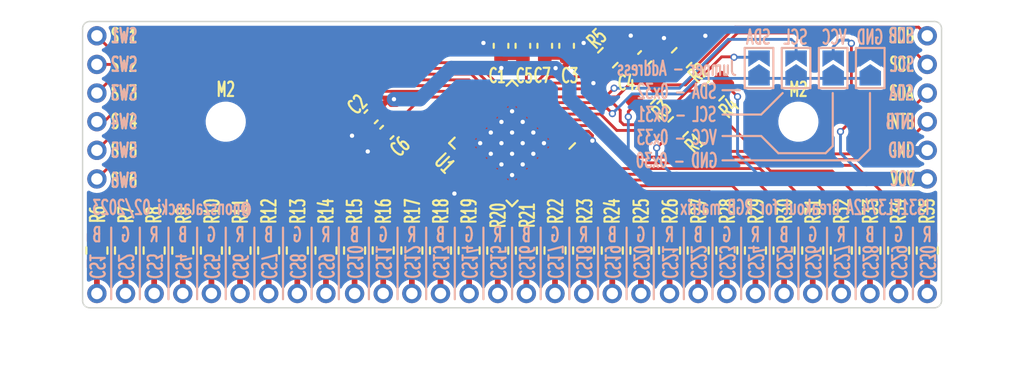
<source format=kicad_pcb>
(kicad_pcb (version 20211014) (generator pcbnew)
  (layers (0 "F.Cu" signal) (31 "B.Cu" signal) (34 "B.Paste" user) (35 "F.Paste" user) (36 "B.SilkS" user "B.Silkscreen") (37 "F.SilkS" user "F.Silkscreen") (38 "B.Mask" user) (39 "F.Mask" user) (44 "Edge.Cuts" user))
  (net 0 "")
  (net 1 "+5V")
  (net 2 "GND")
  (net 3 "/SDB")
  (net 4 "SDA")
  (net 5 "SCL")
  (net 6 "/INTB")
  (net 7 "Net-(J2-Pad1)")
  (net 8 "Net-(J2-Pad2)")
  (net 9 "Net-(J2-Pad3)")
  (net 10 "Net-(J2-Pad4)")
  (net 11 "Net-(J2-Pad5)")
  (net 12 "Net-(J2-Pad6)")
  (net 13 "Net-(J3-Pad1)")
  (net 14 "Net-(J3-Pad2)")
  (net 15 "Net-(J3-Pad3)")
  (net 16 "Net-(J3-Pad4)")
  (net 17 "Net-(J3-Pad5)")
  (net 18 "Net-(J3-Pad6)")
  (net 19 "Net-(J3-Pad7)")
  (net 20 "Net-(J3-Pad8)")
  (net 21 "Net-(J3-Pad9)")
  (net 22 "Net-(J3-Pad10)")
  (net 23 "Net-(J3-Pad11)")
  (net 24 "Net-(J3-Pad12)")
  (net 25 "Net-(J3-Pad13)")
  (net 26 "Net-(J3-Pad14)")
  (net 27 "Net-(J3-Pad15)")
  (net 28 "Net-(J3-Pad16)")
  (net 29 "Net-(J3-Pad17)")
  (net 30 "Net-(J3-Pad18)")
  (net 31 "Net-(J3-Pad19)")
  (net 32 "Net-(J3-Pad20)")
  (net 33 "Net-(J3-Pad21)")
  (net 34 "Net-(J3-Pad22)")
  (net 35 "Net-(J3-Pad23)")
  (net 36 "Net-(J3-Pad24)")
  (net 37 "Net-(J3-Pad25)")
  (net 38 "Net-(J3-Pad26)")
  (net 39 "Net-(J3-Pad27)")
  (net 40 "Net-(J3-Pad28)")
  (net 41 "Net-(J3-Pad29)")
  (net 42 "Net-(J3-Pad30)")
  (net 43 "ADDR")
  (net 44 "/ISET")
  (net 45 "Net-(R6-Pad1)")
  (net 46 "Net-(R7-Pad1)")
  (net 47 "Net-(R8-Pad1)")
  (net 48 "Net-(R9-Pad1)")
  (net 49 "Net-(R10-Pad1)")
  (net 50 "Net-(R11-Pad1)")
  (net 51 "Net-(R12-Pad1)")
  (net 52 "Net-(R13-Pad1)")
  (net 53 "Net-(R14-Pad1)")
  (net 54 "Net-(R15-Pad1)")
  (net 55 "Net-(R16-Pad1)")
  (net 56 "Net-(R17-Pad1)")
  (net 57 "Net-(R18-Pad1)")
  (net 58 "Net-(R19-Pad1)")
  (net 59 "Net-(R20-Pad1)")
  (net 60 "Net-(R21-Pad1)")
  (net 61 "Net-(R22-Pad1)")
  (net 62 "Net-(R23-Pad1)")
  (net 63 "Net-(R24-Pad1)")
  (net 64 "Net-(R25-Pad1)")
  (net 65 "Net-(R26-Pad1)")
  (net 66 "Net-(R27-Pad1)")
  (net 67 "Net-(R28-Pad1)")
  (net 68 "Net-(R29-Pad1)")
  (net 69 "Net-(R30-Pad1)")
  (net 70 "Net-(R31-Pad1)")
  (net 71 "Net-(R32-Pad1)")
  (net 72 "Net-(R33-Pad1)")
  (net 73 "Net-(R34-Pad1)")
  (net 74 "Net-(R35-Pad1)")
  (footprint "Resistor_SMD:R_0805_2012Metric" (layer "F.Cu") (at 83 51.5 -90)
    (fp_text reference "R16")
    (fp_text value "R20")
  )
  (footprint "Resistor_SMD:R_0805_2012Metric" (layer "F.Cu") (at 117 51.5 -90)
    (fp_text reference "R33")
    (fp_text value "R20")
  )
  (footprint "Capacitor_SMD:C_0603_1608Metric" (layer "F.Cu") (at 91.23 37.2 90)
    (fp_text reference "C1")
    (fp_text value "1uF")
  )
  (footprint "Connector_PinHeader_2.00mm:PinHeader_1x06_P2.00mm_Vertical" (layer "F.Cu") (at 121 36.5)
    (fp_text reference "J1" hide)
    (fp_text value "Conn_01x04_Male")
  )
  (footprint "Capacitor_SMD:C_0603_1608Metric" (layer "F.Cu") (at 92.756666 37.2 90)
    (fp_text reference "C5")
    (fp_text value "0.1uF")
  )
  (footprint "Resistor_SMD:R_0805_2012Metric" (layer "F.Cu") (at 103.6 42.86 45)
    (fp_text reference "R1")
    (fp_text value "R100k")
  )
  (footprint "Resistor_SMD:R_0805_2012Metric" (layer "F.Cu") (at 85 51.5 -90)
    (fp_text reference "R17")
    (fp_text value "R51")
  )
  (footprint "Resistor_SMD:R_0805_2012Metric" (layer "F.Cu") (at 101.34 40.57 45)
    (fp_text reference "R3")
    (fp_text value "R4k7")
  )
  (footprint "Connector_PinHeader_2.00mm:PinHeader_1x30_P2.00mm_Vertical" (layer "F.Cu") (at 63 54.5 90)
    (fp_text reference "J3" hide)
    (fp_text value "Conn_01x30_Male")
  )
  (footprint "Resistor_SMD:R_0805_2012Metric" (layer "F.Cu") (at 115 51.5 -90)
    (fp_text reference "R32")
    (fp_text value "R51")
  )
  (footprint "Resistor_SMD:R_0805_2012Metric" (layer "F.Cu") (at 107 51.5 -90)
    (fp_text reference "R28")
    (fp_text value "R20")
  )
  (footprint "Resistor_SMD:R_0805_2012Metric" (layer "F.Cu") (at 105 51.5 -90)
    (fp_text reference "R27")
    (fp_text value "R20")
  )
  (footprint "Resistor_SMD:R_0805_2012Metric" (layer "F.Cu") (at 75 51.5 -90)
    (fp_text reference "R12")
    (fp_text value "R20")
  )
  (footprint "Package_DFN_QFN:QFN-48-1EP_6x6mm_P0.4mm_EP4.2x4.2mm_ThermalVias" (layer "F.Cu") (at 92 44 -135)
    (fp_text reference "U1")
    (fp_text value "IS31FL3742A")
  )
  (footprint "Resistor_SMD:R_0805_2012Metric" (layer "F.Cu") (at 98.69 38.03 45)
    (fp_text reference "R5")
    (fp_text value "R10k")
  )
  (footprint "Resistor_SMD:R_0805_2012Metric" (layer "F.Cu") (at 106.115235 40.344765 -135)
    (fp_text reference "R4")
    (fp_text value "R4k7")
  )
  (footprint "Resistor_SMD:R_0805_2012Metric" (layer "F.Cu") (at 103.845 38.03 45)
    (fp_text reference "R2")
    (fp_text value "R100k")
  )
  (footprint "Resistor_SMD:R_0805_2012Metric" (layer "F.Cu") (at 95 51.5 -90)
    (fp_text reference "R22")
    (fp_text value "R20")
  )
  (footprint "Capacitor_SMD:C_0603_1608Metric" (layer "F.Cu") (at 101.2675 38.03 45)
    (fp_text reference "C4")
    (fp_text value "0.1uF")
  )
  (footprint "Resistor_SMD:R_0805_2012Metric" (layer "F.Cu") (at 89 51.5 -90)
    (fp_text reference "R19")
    (fp_text value "R20")
  )
  (footprint "Resistor_SMD:R_0805_2012Metric" (layer "F.Cu") (at 93 51.5 -90)
    (fp_text reference "R21")
    (fp_text value "R20")
  )
  (footprint "Capacitor_SMD:C_0603_1608Metric" (layer "F.Cu") (at 95.81 37.2 90)
    (fp_text reference "C3")
    (fp_text value "1uF")
  )
  (footprint "Resistor_SMD:R_0805_2012Metric" (layer "F.Cu") (at 69 51.5 -90)
    (fp_text reference "R9")
    (fp_text value "R20")
  )
  (footprint "Resistor_SMD:R_0805_2012Metric" (layer "F.Cu") (at 99 51.5 -90)
    (fp_text reference "R24")
    (fp_text value "R20")
  )
  (footprint "Resistor_SMD:R_0805_2012Metric" (layer "F.Cu") (at 91 51.5 -90)
    (fp_text reference "R20")
    (fp_text value "R51")
  )
  (footprint "Resistor_SMD:R_0805_2012Metric" (layer "F.Cu") (at 87 51.5 -90)
    (fp_text reference "R18")
    (fp_text value "R20")
  )
  (footprint "Resistor_SMD:R_0805_2012Metric" (layer "F.Cu") (at 101 51.5 -90)
    (fp_text reference "R25")
    (fp_text value "R20")
  )
  (footprint "Resistor_SMD:R_0805_2012Metric" (layer "F.Cu") (at 109 51.5 -90)
    (fp_text reference "R29")
    (fp_text value "R51")
  )
  (footprint "Resistor_SMD:R_0805_2012Metric" (layer "F.Cu") (at 111 51.5 -90)
    (fp_text reference "R30")
    (fp_text value "R20")
  )
  (footprint "MountingHole:MountingHole_2.2mm_M2_DIN965" (layer "F.Cu") (at 112 42.5)
    (fp_text reference "M2")
    (fp_text value "MountingHole_2.2mm_M2_DIN965")
  )
  (footprint "Capacitor_SMD:C_0603_1608Metric" (layer "F.Cu") (at 83.25 43.25 -135)
    (fp_text reference "C6")
    (fp_text value "0.1uF")
  )
  (footprint "MountingHole:MountingHole_2.2mm_M2_DIN965" (layer "F.Cu") (at 72 42.5)
    (fp_text reference "M2")
    (fp_text value "MountingHole_2.2mm_M2_DIN965")
  )
  (footprint "Resistor_SMD:R_0805_2012Metric" (layer "F.Cu") (at 71 51.5 -90)
    (fp_text reference "R10")
    (fp_text value "R20")
  )
  (footprint "Resistor_SMD:R_0805_2012Metric" (layer "F.Cu") (at 67 51.5 -90)
    (fp_text reference "R8")
    (fp_text value "R51")
  )
  (footprint "Resistor_SMD:R_0805_2012Metric" (layer "F.Cu") (at 81 51.5 -90)
    (fp_text reference "R15")
    (fp_text value "R20")
  )
  (footprint "Resistor_SMD:R_0805_2012Metric" (layer "F.Cu") (at 65 51.5 -90)
    (fp_text reference "R7")
    (fp_text value "R20")
  )
  (footprint "Resistor_SMD:R_0805_2012Metric" (layer "F.Cu") (at 97 51.5 -90)
    (fp_text reference "R23")
    (fp_text value "R51")
  )
  (footprint "Resistor_SMD:R_0805_2012Metric" (layer "F.Cu") (at 79 51.5 -90)
    (fp_text reference "R14")
    (fp_text value "R51")
  )
  (footprint "Capacitor_SMD:C_0603_1608Metric" (layer "F.Cu") (at 94.283332 37.2 90)
    (fp_text reference "C7")
    (fp_text value "0.1uF")
  )
  (footprint "Resistor_SMD:R_0805_2012Metric" (layer "F.Cu") (at 121 51.5 -90)
    (fp_text reference "R35")
    (fp_text value "R51")
  )
  (footprint "Resistor_SMD:R_0805_2012Metric" (layer "F.Cu") (at 73 51.5 -90)
    (fp_text reference "R11")
    (fp_text value "R51")
  )
  (footprint "Connector_PinHeader_2.00mm:PinHeader_1x06_P2.00mm_Vertical" (layer "F.Cu") (at 63 36.5)
    (fp_text reference "J2" hide)
    (fp_text value "Conn_01x06_Male")
  )
  (footprint "Resistor_SMD:R_0805_2012Metric" (layer "F.Cu") (at 119 51.5 -90)
    (fp_text reference "R34")
    (fp_text value "R20")
  )
  (footprint "Capacitor_SMD:C_0603_1608Metric" (layer "F.Cu") (at 82.15 42.15 -135)
    (fp_text reference "C2")
    (fp_text value "1uF")
  )
  (footprint "Resistor_SMD:R_0805_2012Metric" (layer "F.Cu") (at 63 51.5 -90)
    (fp_text reference "R6")
    (fp_text value "R20")
  )
  (footprint "Resistor_SMD:R_0805_2012Metric" (layer "F.Cu") (at 113 51.5 -90)
    (fp_text reference "R31")
    (fp_text value "R20")
  )
  (footprint "Resistor_SMD:R_0805_2012Metric" (layer "F.Cu") (at 77 51.5 -90)
    (fp_text reference "R13")
    (fp_text value "R20")
  )
  (footprint "Resistor_SMD:R_0805_2012Metric" (layer "F.Cu") (at 103 51.5 -90)
    (fp_text reference "R26")
    (fp_text value "R51")
  )
  (footprint "Jumper:SolderJumper-2_P1.3mm_Open_TrianglePad1.0x1.5mm" (layer "B.Cu") (at 114.43 38.75 90)
    (fp_text reference "VCC")
    (fp_text value "SolderJumper_2_Open" hide)
  )
  (footprint "Jumper:SolderJumper-2_P1.3mm_Open_TrianglePad1.0x1.5mm" (layer "B.Cu") (at 117.02 38.75 90)
    (fp_text reference "GND")
    (fp_text value "SolderJumper_2_Open" hide)
  )
  (footprint "Jumper:SolderJumper-2_P1.3mm_Open_TrianglePad1.0x1.5mm" (layer "B.Cu") (at 111.84 38.75 90)
    (fp_text reference "SCL")
    (fp_text value "SolderJumper_2_Open" hide)
  )
  (footprint "Jumper:SolderJumper-2_P1.3mm_Open_TrianglePad1.0x1.5mm" (layer "B.Cu") (at 109.25 38.75 90)
    (fp_text reference "SDA")
    (fp_text value "SolderJumper_2_Open" hide)
  )
  (gr_line (start 110.6 44.7) (end 113.9 44.7) (layer "B.SilkS") (width 0.153))
  (gr_line (start 118 49.9) (end 118 54.9) (layer "B.SilkS") (width 0.153))
  (gr_line (start 100 49.9) (end 100 54.9) (layer "B.SilkS") (width 0.153))
  (gr_line (start 76 49.9) (end 76 54.9) (layer "B.SilkS") (width 0.153))
  (gr_line (start 68 49.9) (end 68 54.9) (layer "B.SilkS") (width 0.153))
  (gr_line (start 101.9 49.9) (end 101.9 54.9) (layer "B.SilkS") (width 0.153))
  (gr_line (start 113.9 44.7) (end 114.4 44.2) (layer "B.SilkS") (width 0.153))
  (gr_line (start 110 49.9) (end 110 54.9) (layer "B.SilkS") (width 0.153))
  (gr_line (start 70 49.9) (end 70 54.9) (layer "B.SilkS") (width 0.153))
  (gr_line (start 104 49.9) (end 104 54.9) (layer "B.SilkS") (width 0.153))
  (gr_line (start 109.4 43.5) (end 110.6 44.7) (layer "B.SilkS") (width 0.153))
  (gr_line (start 106 49.9) (end 106 54.9) (layer "B.SilkS") (width 0.153))
  (gr_line (start 116.2 45.2) (end 117 44.4) (layer "B.SilkS") (width 0.153))
  (gr_line (start 92 49.9) (end 92 54.9) (layer "B.SilkS") (width 0.153))
  (gr_line (start 106.7 43.5) (end 109.4 43.5) (layer "B.SilkS") (width 0.153))
  (gr_line (start 72 49.9) (end 72 54.9) (layer "B.SilkS") (width 0.153))
  (gr_line (start 64 49.9) (end 64 54.9) (layer "B.SilkS") (width 0.153))
  (gr_line (start 84 49.9) (end 84 54.9) (layer "B.SilkS") (width 0.153))
  (gr_line (start 74 49.9) (end 74 54.9) (layer "B.SilkS") (width 0.153))
  (gr_line (start 90 49.9) (end 90 54.9) (layer "B.SilkS") (width 0.153))
  (gr_line (start 106.7 45.2) (end 116.2 45.2) (layer "B.SilkS") (width 0.153))
  (gr_line (start 106.7 42) (end 109.4 42) (layer "B.SilkS") (width 0.153))
  (gr_line (start 98 49.9) (end 98 54.9) (layer "B.SilkS") (width 0.153))
  (gr_line (start 108 49.9) (end 108 54.9) (layer "B.SilkS") (width 0.153))
  (gr_line (start 66 49.9) (end 66 54.9) (layer "B.SilkS") (width 0.153))
  (gr_line (start 114.4 44.2) (end 114.4 40.5) (layer "B.SilkS") (width 0.153))
  (gr_line (start 86 49.9) (end 86 54.9) (layer "B.SilkS") (width 0.153))
  (gr_line (start 94 49.9) (end 94 54.9) (layer "B.SilkS") (width 0.153))
  (gr_line (start 109.4 42) (end 110.9 40.5) (layer "B.SilkS") (width 0.153))
  (gr_line (start 114 49.9) (end 114 54.9) (layer "B.SilkS") (width 0.153))
  (gr_line (start 116 49.9) (end 116 54.9) (layer "B.SilkS") (width 0.153))
  (gr_line (start 96 49.9) (end 96 54.9) (layer "B.SilkS") (width 0.153))
  (gr_line (start 79.9 49.9) (end 79.9 54.9) (layer "B.SilkS") (width 0.153))
  (gr_line (start 82 49.9) (end 82 54.9) (layer "B.SilkS") (width 0.153))
  (gr_line (start 88 49.9) (end 88 54.9) (layer "B.SilkS") (width 0.153))
  (gr_line (start 117 44.4) (end 117 40.5) (layer "B.SilkS") (width 0.153))
  (gr_line (start 120 49.9) (end 120 54.9) (layer "B.SilkS") (width 0.153))
  (gr_line (start 106.7 40.3) (end 107.9 40.3) (layer "B.SilkS") (width 0.153))
  (gr_line (start 78 49.9) (end 78 54.9) (layer "B.SilkS") (width 0.153))
  (gr_line (start 112 49.9) (end 112 54.9) (layer "B.SilkS") (width 0.153))
  (gr_line (start 62.5 35.5) (end 121.5 35.5) (layer "Edge.Cuts") (width 0.1))
  (gr_arc (start 62 36) (mid 62.146447 35.646447) (end 62.5 35.5) (layer "Edge.Cuts") (width 0.1))
  (gr_arc (start 62.5 55.5) (mid 62.146447 55.353553) (end 62 55) (layer "Edge.Cuts") (width 0.1))
  (gr_line (start 62 55) (end 62 36) (layer "Edge.Cuts") (width 0.1))
  (gr_line (start 121.5 55.5) (end 62.5 55.5) (layer "Edge.Cuts") (width 0.1))
  (gr_line (start 122 36) (end 122 55) (layer "Edge.Cuts") (width 0.1))
  (gr_arc (start 121.5 35.5) (mid 121.853553 35.646447) (end 122 36) (layer "Edge.Cuts") (width 0.1))
  (gr_arc (start 122 55) (mid 121.853553 55.353553) (end 121.5 55.5) (layer "Edge.Cuts") (width 0.1))
  (gr_text "INTB" (at 119.1 42.5) (layer "B.SilkS") (effects (font (size 1 0.6)) (justify mirror)))
  (gr_text "SW3" (at 64.9 40.5) (layer "B.SilkS") (effects (font (size 1 0.6)) (justify mirror)))
  (gr_text "IS31FL3742A breakout for RGB matrix\n" (at 121.25 48.5) (layer "B.SilkS") (effects (font (size 1 0.6)) (justify left mirror)))
  (gr_text "SW5" (at 64.9 44.5) (layer "B.SilkS") (effects (font (size 1 0.6)) (justify mirror)))
  (gr_text "SW6" (at 64.9 46.6) (layer "B.SilkS") (effects (font (size 1 0.6)) (justify mirror)))
  (gr_text "SDA" (at 119.2 40.5) (layer "B.SilkS") (effects (font (size 1 0.6)) (justify mirror)))
  (gr_text "@nonszalancki 02/2023" (at 68.25 48.5) (layer "B.SilkS") (effects (font (size 1 0.6)) (justify mirror)))
  (gr_text "SDB" (at 119.2 36.5) (layer "B.SilkS") (effects (font (size 1 0.6)) (justify mirror)))
  (gr_text "SW4" (at 64.9 42.5) (layer "B.SilkS") (effects (font (size 1 0.6)) (justify mirror)))
  (gr_text "GND" (at 119.2 44.5) (layer "B.SilkS") (effects (font (size 1 0.6)) (justify mirror)))
  (gr_text "SW2" (at 64.9 38.5) (layer "B.SilkS") (effects (font (size 1 0.6)) (justify mirror)))
  (gr_text "Jumper - Address\nSDA - 0x32\nSCL - 0x31\nVCC - 0x33\nGND - 0x30" (at 103.5 42) (layer "B.SilkS") (effects (font (size 1 0.6)) (justify mirror)))
  (gr_text "SCL" (at 119.25 38.5) (layer "B.SilkS") (effects (font (size 1 0.6)) (justify mirror)))
  (gr_text "SW1" (at 64.9 36.5) (layer "B.SilkS") (effects (font (size 1 0.6)) (justify mirror)))
  (gr_text "VCC" (at 119.25 46.5) (layer "B.SilkS") (effects (font (size 1 0.6)) (justify mirror)))
  (gr_text "SW5" (at 64.9 44.5) (layer "F.SilkS") (effects (font (size 1 0.6))))
  (gr_text "INTB" (at 119.128572 42.5) (layer "F.SilkS") (effects (font (size 1 0.6))))
  (gr_text "SW3" (at 64.9 40.5) (layer "F.SilkS") (effects (font (size 1 0.6))))
  (gr_text "SCL" (at 119.2 38.5) (layer "F.SilkS") (effects (font (size 1 0.6))))
  (gr_text "SW2" (at 64.9 38.5) (layer "F.SilkS") (effects (font (size 1 0.6))))
  (gr_text "GND" (at 119.2 44.5) (layer "F.SilkS") (effects (font (size 1 0.6))))
  (gr_text "SW6" (at 64.9 46.6) (layer "F.SilkS") (effects (font (size 1 0.6))))
  (gr_text "SW1" (at 64.9 36.5) (layer "F.SilkS") (effects (font (size 1 0.6))))
  (gr_text "VCC" (at 119.3 46.5) (layer "F.SilkS") (effects (font (size 1 0.6))))
  (gr_text "SDB" (at 119.2 36.5) (layer "F.SilkS") (effects (font (size 1 0.6))))
  (gr_text "SDA" (at 119.2 40.5) (layer "F.SilkS") (effects (font (size 1 0.6))))
  (gr_text "SW4" (at 64.9 42.5) (layer "F.SilkS") (effects (font (size 1 0.6))))
  (segment (start 91.25 37.995) (end 91.23 37.975) (width 0.2) (layer "F.Cu") (net 1))
  (segment (start 91.25 38.75) (end 91.25 37.995) (width 0.6) (layer "F.Cu") (net 1))
  (segment (start 115.7 37.029) (end 115.7 42.43) (width 0.2) (layer "F.Cu") (net 1))
  (segment (start 91.25 37.995) (end 92.736666 37.995) (width 0.4) (layer "F.Cu") (net 1))
  (segment (start 83.75 40.929009) (end 83.370991 40.929009) (width 0.4) (layer "F.Cu") (net 1))
  (segment (start 89.772614 42.055456) (end 88.496667 40.779509) (width 0.2) (layer "F.Cu") (net 1))
  (segment (start 100.694765 41.215235) (end 100.12 41.79) (width 0.2) (layer "F.Cu") (net 1))
  (segment (start 88.496667 40.779509) (end 85.720491 40.779509) (width 0.2) (layer "F.Cu") (net 1))
  (segment (start 106.76047 39.76047) (end 106.76047 39.69953) (width 0.2) (layer "F.Cu") (net 1))
  (segment (start 93 38.218334) (end 93 39.88873) (width 0.2) (layer "F.Cu") (net 1))
  (segment (start 95.04 38.76) (end 95.54 38.76) (width 0.4) (layer "F.Cu") (net 1))
  (segment (start 93 39.88873) (end 92.53033 40.3584) (width 0.2) (layer "F.Cu") (net 1))
  (segment (start 102.924765 43.505235) (end 102.954765 43.505235) (width 0.2) (layer "F.Cu") (net 1))
  (segment (start 100.12 41.79) (end 100.12 42.1605) (width 0.2) (layer "F.Cu") (net 1))
  (segment (start 115.7 42.43) (end 114.94 43.19) (width 0.2) (layer "F.Cu") (net 1))
  (segment (start 102.1 44.33) (end 102.924765 43.505235) (width 0.2) (layer "F.Cu") (net 1))
  (segment (start 94.283332 37.975) (end 95.81 37.975) (width 0.4) (layer "F.Cu") (net 1))
  (segment (start 92.736666 37.995) (end 92.756666 37.975) (width 0.4) (layer "F.Cu") (net 1))
  (segment (start 95.81 38.49) (end 95.81 37.975) (width 0.4) (layer "F.Cu") (net 1))
  (segment (start 94.283332 37.975) (end 94.283332 39.171084) (width 0.2) (layer "F.Cu") (net 1))
  (segment (start 94.283332 39.171084) (end 92.813173 40.641243) (width 0.2) (layer "F.Cu") (net 1))
  (segment (start 83.370991 40.929009) (end 82.698008 41.601992) (width 0.4) (layer "F.Cu") (net 1))
  (segment (start 92.756666 37.975) (end 93 38.218334) (width 0.2) (layer "F.Cu") (net 1))
  (segment (start 85.720491 40.779509) (end 83.798008 42.701992) (width 0.2) (layer "F.Cu") (net 1))
  (segment (start 107.75 40.75) (end 106.76047 39.76047) (width 0.2) (layer "F.Cu") (net 1))
  (segment (start 82.698008 41.601992) (end 83.798008 42.701992) (width 0.6) (layer "F.Cu") (net 1))
  (segment (start 95.54 38.76) (end 95.81 38.49) (width 0.4) (layer "F.Cu") (net 1))
  (via (at 115.7 37.029) (size 0.5) (drill 0.3) (layers "F.Cu" "B.Cu") (net 1))
  (via (at 100.12 42.1605) (size 0.5) (drill 0.3) (layers "F.Cu" "B.Cu") (net 1))
  (via (at 102.1 44.33) (size 0.5) (drill 0.3) (layers "F.Cu" "B.Cu") (net 1))
  (via (at 107.75 40.75) (size 0.5) (drill 0.3) (layers "F.Cu" "B.Cu") (net 1))
  (via (at 95.04 38.76) (size 0.5) (drill 0.3) (layers "F.Cu" "B.Cu") (net 1))
  (via (at 83.75 40.929009) (size 0.5) (drill 0.3) (layers "F.Cu" "B.Cu") (net 1))
  (via (at 91.25 38.75) (size 0.5) (drill 0.3) (layers "F.Cu" "B.Cu") (net 1))
  (via (at 114.94 43.19) (size 0.5) (drill 0.3) (layers "F.Cu" "B.Cu") (net 1))
  (segment (start 115.7 37.029) (end 115.471 36.8) (width 0.2) (layer "B.Cu") (net 1))
  (segment (start 114.9 36.8) (end 114.43 37.27) (width 0.2) (layer "B.Cu") (net 1))
  (segment (start 107.75 44.75) (end 109.5 46.5) (width 0.2) (layer "B.Cu") (net 1))
  (segment (start 101.623503 46.5) (end 100.186751 45.063249) (width 1) (layer "B.Cu") (net 1))
  (segment (start 85.570991 40.929009) (end 87.75 38.75) (width 1) (layer "B.Cu") (net 1))
  (segment (start 114.94 44.69) (end 116.75 46.5) (width 0.2) (layer "B.Cu") (net 1))
  (segment (start 103.5 46.5) (end 101.623503 46.5) (width 1) (layer "B.Cu") (net 1))
  (segment (start 107.75 40.75) (end 107.75 44.75) (width 0.2) (layer "B.Cu") (net 1))
  (segment (start 114.94 43.19) (end 114.94 44.69) (width 0.2) (layer "B.Cu") (net 1))
  (segment (start 102.1 44.33) (end 102.1 45.1) (width 0.2) (layer "B.Cu") (net 1))
  (segment (start 100.186751 45.063249) (end 96 40.876498) (width 1) (layer "B.Cu") (net 1))
  (segment (start 114.43 37.27) (end 114.43 38.025) (width 0.2) (layer "B.Cu") (net 1))
  (segment (start 83.75 40.929009) (end 85.570991 40.929009) (width 1) (layer "B.Cu") (net 1))
  (segment (start 100.12 44.996498) (end 100.186751 45.063249) (width 0.2) (layer "B.Cu") (net 1))
  (segment (start 115.471 36.8) (end 114.9 36.8) (width 0.2) (layer "B.Cu") (net 1))
  (segment (start 100.12 42.1605) (end 100.12 44.996498) (width 0.2) (layer "B.Cu") (net 1))
  (segment (start 96 40.876498) (end 96 39.72) (width 1) (layer "B.Cu") (net 1))
  (segment (start 91.26 38.76) (end 91.25 38.75) (width 1) (layer "B.Cu") (net 1))
  (segment (start 109.5 46.5) (end 109.75 46.5) (width 0.2) (layer "B.Cu") (net 1))
  (segment (start 96 39.72) (end 95.04 38.76) (width 1) (layer "B.Cu") (net 1))
  (segment (start 121 46.5) (end 116.75 46.5) (width 1) (layer "B.Cu") (net 1))
  (segment (start 109.75 46.5) (end 103.5 46.5) (width 1) (layer "B.Cu") (net 1))
  (segment (start 87.75 38.75) (end 91.25 38.75) (width 1) (layer "B.Cu") (net 1))
  (segment (start 102.1 45.1) (end 103.5 46.5) (width 0.2) (layer "B.Cu") (net 1))
  (segment (start 95.04 38.76) (end 91.26 38.76) (width 1) (layer "B.Cu") (net 1))
  (segment (start 116.75 46.5) (end 109.75 46.5) (width 1) (layer "B.Cu") (net 1))
  (segment (start 99.335235 37.384765) (end 99.395235 37.384765) (width 0.2) (layer "F.Cu") (net 2))
  (segment (start 101.815508 37.481992) (end 101.815508 37.454492) (width 0.2) (layer "F.Cu") (net 2))
  (segment (start 88.195156 47.522002) (end 89.772614 45.944544) (width 0.2) (layer "F.Cu") (net 2))
  (segment (start 81.601992 42.698008) (end 80.82 43.48) (width 0.2) (layer "F.Cu") (net 2))
  (segment (start 91.23 36.425) (end 90.575 36.425) (width 0.2) (layer "F.Cu") (net 2))
  (segment (start 97.681728 39.805469) (end 94.780317 39.805469) (width 0.2) (layer "F.Cu") (net 2))
  (segment (start 99.395235 37.384765) (end 100.29 36.49) (width 0.2) (layer "F.Cu") (net 2))
  (segment (start 95.6416 43.46967) (end 95.94127 43.17) (width 0.2) (layer "F.Cu") (net 2))
  (segment (start 95.81 36.425) (end 94.283332 36.425) (width 0.4) (layer "F.Cu") (net 2))
  (segment (start 94.780317 39.805469) (end 93.378858 41.206928) (width 0.2) (layer "F.Cu") (net 2))
  (segment (start 90.575 36.425) (end 90 37) (width 0.2) (layer "F.Cu") (net 2))
  (segment (start 97.61 43.45) (end 97.61 43.83) (width 0.2) (layer "F.Cu") (net 2))
  (segment (start 101.815508 37.454492) (end 102.61 36.66) (width 0.2) (layer "F.Cu") (net 2))
  (segment (start 104.490235 37.384765) (end 104.615235 37.384765) (width 0.2) (layer "F.Cu") (net 2))
  (segment (start 104.615235 37.384765) (end 105.5 36.5) (width 0.2) (layer "F.Cu") (net 2))
  (segment (start 96.425 36.425) (end 95.81 36.425) (width 0.2) (layer "F.Cu") (net 2))
  (segment (start 92.756666 36.425) (end 91.23 36.425) (width 0.4) (layer "F.Cu") (net 2))
  (segment (start 95.94127 43.17) (end 97.33 43.17) (width 0.2) (layer "F.Cu") (net 2))
  (segment (start 82.701992 43.798008) (end 81.92 44.58) (width 0.2) (layer "F.Cu") (net 2))
  (segment (start 97 37) (end 96.425 36.425) (width 0.2) (layer "F.Cu") (net 2))
  (segment (start 97.33 43.17) (end 97.61 43.45) (width 0.2) (layer "F.Cu") (net 2))
  (segment (start 87.972002 47.522002) (end 88.195156 47.522002) (width 0.2) (layer "F.Cu") (net 2))
  (via (at 81.92 44.58) (size 0.5) (drill 0.3) (layers "F.Cu" "B.Cu") (net 2))
  (via (at 100.29 36.49) (size 0.5) (drill 0.3) (layers "F.Cu" "B.Cu") (net 2))
  (via (at 105.5 36.5) (size 0.5) (drill 0.3) (layers "F.Cu" "B.Cu") (net 2))
  (via (at 87.972002 47.522002) (size 0.5) (drill 0.3) (layers "F.Cu" "B.Cu") (net 2))
  (via (at 97.681728 39.805469) (size 0.5) (drill 0.3) (layers "F.Cu" "B.Cu") (net 2))
  (via (at 102.61 36.66) (size 0.5) (drill 0.3) (layers "F.Cu" "B.Cu") (net 2))
  (via (at 80.82 43.48) (size 0.5) (drill 0.3) (layers "F.Cu" "B.Cu") (net 2))
  (via (at 97.61 43.83) (size 0.5) (drill 0.3) (layers "F.Cu" "B.Cu") (net 2))
  (via (at 90 37) (size 0.5) (drill 0.3) (layers "F.Cu" "B.Cu") (net 2))
  (via (at 97 37) (size 0.5) (drill 0.3) (layers "F.Cu" "B.Cu") (net 2))
  (segment (start 103.102538 38.578008) (end 103.199765 38.675235) (width 0.2) (layer "F.Cu") (net 3))
  (segment (start 93.661701 41.489771) (end 94.946003 40.205469) (width 0.2) (layer "F.Cu") (net 3))
  (segment (start 94.946003 40.205469) (end 97.30391 40.205469) (width 0.2) (layer "F.Cu") (net 3))
  (segment (start 107.578628 35.9) (end 120.4 35.9) (width 0.2) (layer "F.Cu") (net 3))
  (segment (start 104.803393 38.675235) (end 107.578628 35.9) (width 0.2) (layer "F.Cu") (net 3))
  (segment (start 99.811992 38.578008) (end 100.719492 38.578008) (width 0.2) (layer "F.Cu") (net 3))
  (segment (start 100.719492 38.578008) (end 103.102538 38.578008) (width 0.2) (layer "F.Cu") (net 3))
  (segment (start 97.30391 40.205469) (end 97.45391 40.355469) (width 0.2) (layer "F.Cu") (net 3))
  (segment (start 97.45391 40.355469) (end 98.034531 40.355469) (width 0.2) (layer "F.Cu") (net 3))
  (segment (start 120.4 35.9) (end 121 36.5) (width 0.2) (layer "F.Cu") (net 3))
  (segment (start 98.034531 40.355469) (end 99.811992 38.578008) (width 0.2) (layer "F.Cu") (net 3))
  (segment (start 103.199765 38.675235) (end 104.803393 38.675235) (width 0.2) (layer "F.Cu") (net 3))
  (segment (start 120.025 41.475) (end 121 40.5) (width 0.2) (layer "F.Cu") (net 4))
  (segment (start 104.25 40.36) (end 106.64 37.97) (width 0.2) (layer "F.Cu") (net 4))
  (segment (start 108.655 44.175) (end 109.981616 44.175) (width 0.2) (layer "F.Cu") (net 4))
  (segment (start 103.54 41.07) (end 104.25 40.36) (width 0.2) (layer "F.Cu") (net 4))
  (segment (start 99.020706 41.17) (end 99.556444 41.705738) (width 0.2) (layer "F.Cu") (net 4))
  (segment (start 94.227386 42.055456) (end 95.112843 41.17) (width 0.2) (layer "F.Cu") (net 4))
  (segment (start 102.770001 41.07) (end 103.54 41.07) (width 0.2) (layer "F.Cu") (net 4))
  (segment (start 120.027728 42.906586) (end 120.025 42.903859) (width 0.2) (layer "F.Cu") (net 4))
  (segment (start 99.79 42.71) (end 101.13 42.71) (width 0.2) (layer "F.Cu") (net 4))
  (segment (start 101.13 42.71) (end 102.770001 41.07) (width 0.2) (layer "F.Cu") (net 4))
  (segment (start 109.981616 44.175) (end 110.556616 44.75) (width 0.2) (layer "F.Cu") (net 4))
  (segment (start 105.47 40.99) (end 108.655 44.175) (width 0.2) (layer "F.Cu") (net 4))
  (segment (start 107.47 37.97) (end 107.5 38) (width 0.2) (layer "F.Cu") (net 4))
  (segment (start 110.556616 44.75) (end 118.184314 44.75) (width 0.2) (layer "F.Cu") (net 4))
  (segment (start 99.556444 42.476444) (end 99.79 42.71) (width 0.2) (layer "F.Cu") (net 4))
  (segment (start 95.112843 41.17) (end 99.020706 41.17) (width 0.2) (layer "F.Cu") (net 4))
  (segment (start 99.556444 41.705738) (end 99.556444 42.476444) (width 0.2) (layer "F.Cu") (net 4))
  (segment (start 104.84 40.36) (end 105.47 40.99) (width 0.2) (layer "F.Cu") (net 4))
  (segment (start 104.25 40.36) (end 104.84 40.36) (width 0.2) (layer "F.Cu") (net 4))
  (segment (start 106.64 37.97) (end 107.47 37.97) (width 0.2) (layer "F.Cu") (net 4))
  (segment (start 120.025 42.903859) (end 120.025 41.475) (width 0.2) (layer "F.Cu") (net 4))
  (segment (start 118.184314 44.75) (end 120.027728 42.906586) (width 0.2) (layer "F.Cu") (net 4))
  (via (at 107.5 38) (size 0.5) (drill 0.3) (layers "F.Cu" "B.Cu") (net 4))
  (segment (start 107.5 38) (end 109.225 38) (width 0.2) (layer "B.Cu") (net 4))
  (segment (start 109.225 38) (end 109.25 38.025) (width 0.2) (layer "B.Cu") (net 4))
  (segment (start 94.947158 40.77) (end 98.6 40.77) (width 0.2) (layer "F.Cu") (net 5))
  (segment (start 118.8 36.3) (end 107.744314 36.3) (width 0.2) (layer "F.Cu") (net 5))
  (segment (start 107.744314 36.3) (end 104.119549 39.924765) (width 0.2) (layer "F.Cu") (net 5))
  (segment (start 93.944544 41.772614) (end 94.947158 40.77) (width 0.2) (layer "F.Cu") (net 5))
  (segment (start 100.23 39.85) (end 101.91047 39.85) (width 0.2) (layer "F.Cu") (net 5))
  (segment (start 104.119549 39.924765) (end 101.985235 39.924765) (width 0.2) (layer "F.Cu") (net 5))
  (segment (start 121 38.5) (end 118.8 36.3) (width 0.2) (layer "F.Cu") (net 5))
  (segment (start 98.6 40.69) (end 99.13 40.16) (width 0.2) (layer "F.Cu") (net 5))
  (segment (start 101.91047 39.85) (end 101.985235 39.924765) (width 0.2) (layer "F.Cu") (net 5))
  (segment (start 98.6 40.77) (end 99.31 40.77) (width 0.2) (layer "F.Cu") (net 5))
  (segment (start 99.31 40.77) (end 100.23 39.85) (width 0.2) (layer "F.Cu") (net 5))
  (segment (start 98.6 40.77) (end 98.6 40.69) (width 0.2) (layer "F.Cu") (net 5))
  (via (at 99.13 40.16) (size 0.5) (drill 0.3) (layers "F.Cu" "B.Cu") (net 5))
  (segment (start 111.84 37.09) (end 111.84 38.025) (width 0.2) (layer "B.Cu") (net 5))
  (segment (start 107.100001 36.75) (end 111.5 36.75) (width 0.2) (layer "B.Cu") (net 5))
  (segment (start 111.5 36.75) (end 111.84 37.09) (width 0.2) (layer "B.Cu") (net 5))
  (segment (start 99.13 40.16) (end 103.69 40.16) (width 0.2) (layer "B.Cu") (net 5))
  (segment (start 103.69 40.16) (end 107.100001 36.75) (width 0.2) (layer "B.Cu") (net 5))
  (segment (start 98.175686 41.97) (end 99.315686 43.11) (width 0.2) (layer "F.Cu") (net 6))
  (segment (start 118.35 45.15) (end 121 42.5) (width 0.2) (layer "F.Cu") (net 6))
  (segment (start 106.60547 44.575) (end 109.81593 44.575) (width 0.2) (layer "F.Cu") (net 6))
  (segment (start 104.245235 42.214765) (end 106.60547 44.575) (width 0.2) (layer "F.Cu") (net 6))
  (segment (start 95.444214 41.97) (end 98.175686 41.97) (width 0.2) (layer "F.Cu") (net 6))
  (segment (start 103.50047 41.47) (end 104.245235 42.214765) (width 0.2) (layer "F.Cu") (net 6))
  (segment (start 94.793072 42.621142) (end 95.444214 41.97) (width 0.2) (layer "F.Cu") (net 6))
  (segment (start 102.935686 41.47) (end 103.50047 41.47) (width 0.2) (layer "F.Cu") (net 6))
  (segment (start 110.39093 45.15) (end 118.35 45.15) (width 0.2) (layer "F.Cu") (net 6))
  (segment (start 99.315686 43.11) (end 101.295686 43.11) (width 0.2) (layer "F.Cu") (net 6))
  (segment (start 101.295686 43.11) (end 102.935686 41.47) (width 0.2) (layer "F.Cu") (net 6))
  (segment (start 109.81593 44.575) (end 110.39093 45.15) (width 0.2) (layer "F.Cu") (net 6))
  (segment (start 89.490777 38.379509) (end 64.879509 38.379509) (width 0.2) (layer "F.Cu") (net 7))
  (segment (start 91.46967 40.3584) (end 89.490777 38.379509) (width 0.2) (layer "F.Cu") (net 7))
  (segment (start 64.879509 38.379509) (end 63 36.5) (width 0.2) (layer "F.Cu") (net 7))
  (segment (start 64.434314 38.5) (end 63 38.5) (width 0.2) (layer "F.Cu") (net 8))
  (segment (start 91.186827 40.641243) (end 89.325093 38.779509) (width 0.2) (layer "F.Cu") (net 8))
  (segment (start 64.713823 38.779509) (end 64.434314 38.5) (width 0.2) (layer "F.Cu") (net 8))
  (segment (start 89.325093 38.779509) (end 64.713823 38.779509) (width 0.2) (layer "F.Cu") (net 8))
  (segment (start 89.159407 39.179509) (end 64.320491 39.179509) (width 0.2) (layer "F.Cu") (net 9))
  (segment (start 90.903984 40.924086) (end 89.159407 39.179509) (width 0.2) (layer "F.Cu") (net 9))
  (segment (start 64.320491 39.179509) (end 63 40.5) (width 0.2) (layer "F.Cu") (net 9))
  (segment (start 66.420491 39.579509) (end 63 43) (width 0.2) (layer "F.Cu") (net 10))
  (segment (start 90.621142 41.206928) (end 88.993722 39.579509) (width 0.2) (layer "F.Cu") (net 10))
  (segment (start 88.993722 39.579509) (end 66.420491 39.579509) (width 0.2) (layer "F.Cu") (net 10))
  (segment (start 90.338299 41.489771) (end 88.828037 39.979509) (width 0.2) (layer "F.Cu") (net 11))
  (segment (start 67.520491 39.979509) (end 63 44.5) (width 0.2) (layer "F.Cu") (net 11))
  (segment (start 88.828037 39.979509) (end 67.520491 39.979509) (width 0.2) (layer "F.Cu") (net 11))
  (segment (start 88.662351 40.379509) (end 69.120491 40.379509) (width 0.2) (layer "F.Cu") (net 12))
  (segment (start 90.055456 41.772614) (end 88.662351 40.379509) (width 0.2) (layer "F.Cu") (net 12))
  (segment (start 69.120491 40.379509) (end 63 46.5) (width 0.2) (layer "F.Cu") (net 12))
  (segment (start 63 52.4125) (end 63 54.5) (width 0.4) (layer "F.Cu") (net 13))
  (segment (start 65 52.4125) (end 65 54.5) (width 0.4) (layer "F.Cu") (net 14))
  (segment (start 67 52.4125) (end 67 54.5) (width 0.4) (layer "F.Cu") (net 15))
  (segment (start 69 52.4125) (end 69 54.5) (width 0.4) (layer "F.Cu") (net 16))
  (segment (start 71 52.4125) (end 71 54.5) (width 0.4) (layer "F.Cu") (net 17))
  (segment (start 73 52.4125) (end 73 54.5) (width 0.4) (layer "F.Cu") (net 18))
  (segment (start 75 52.4125) (end 75 54.5) (width 0.4) (layer "F.Cu") (net 19))
  (segment (start 77 52.4125) (end 77 54.5) (width 0.4) (layer "F.Cu") (net 20))
  (segment (start 79 52.4125) (end 79 54.5) (width 0.4) (layer "F.Cu") (net 21))
  (segment (start 81 52.4125) (end 81 54.5) (width 0.4) (layer "F.Cu") (net 22))
  (segment (start 83 52.4125) (end 83 54.5) (width 0.4) (layer "F.Cu") (net 23))
  (segment (start 85 52.4125) (end 85 54.5) (width 0.4) (layer "F.Cu") (net 24))
  (segment (start 87 52.4125) (end 87 54.5) (width 0.4) (layer "F.Cu") (net 25))
  (segment (start 89 52.4125) (end 89 54.5) (width 0.4) (layer "F.Cu") (net 26))
  (segment (start 91 52.4125) (end 91 54.5) (width 0.4) (layer "F.Cu") (net 27))
  (segment (start 93 52.4125) (end 93 54.5) (width 0.4) (layer "F.Cu") (net 28))
  (segment (start 95 52.4125) (end 95 54.5) (width 0.4) (layer "F.Cu") (net 29))
  (segment (start 97 52.4125) (end 97 54.5) (width 0.4) (layer "F.Cu") (net 30))
  (segment (start 99 52.4125) (end 99 54.5) (width 0.4) (layer "F.Cu") (net 31))
  (segment (start 101 52.4125) (end 101 54.5) (width 0.4) (layer "F.Cu") (net 32))
  (segment (start 103 52.4125) (end 103 54.5) (width 0.4) (layer "F.Cu") (net 33))
  (segment (start 105 52.4125) (end 105 54.5) (width 0.4) (layer "F.Cu") (net 34))
  (segment (start 107 52.4125) (end 107 54.5) (width 0.4) (layer "F.Cu") (net 35))
  (segment (start 109 52.4125) (end 109 54.5) (width 0.4) (layer "F.Cu") (net 36))
  (segment (start 111 52.4125) (end 111 54.5) (width 0.4) (layer "F.Cu") (net 37))
  (segment (start 113 52.4125) (end 113 54.5) (width 0.4) (layer "F.Cu") (net 38))
  (segment (start 115 52.4125) (end 115 54.5) (width 0.4) (layer "F.Cu") (net 39))
  (segment (start 117 52.4125) (end 117 54.5) (width 0.4) (layer "F.Cu") (net 40))
  (segment (start 119 52.4125) (end 119 54.5) (width 0.4) (layer "F.Cu") (net 41))
  (segment (start 121 52.4125) (end 121 54.5) (width 0.4) (layer "F.Cu") (net 42))
  (segment (start 98.642888 41.57) (end 95.278528 41.57) (width 0.2) (layer "F.Cu") (net 43))
  (segment (start 95.278528 41.57) (end 94.510229 42.338299) (width 0.2) (layer "F.Cu") (net 43))
  (segment (start 99.006444 41.933556) (end 98.642888 41.57) (width 0.2) (layer "F.Cu") (net 43))
  (via (at 99.006444 41.933556) (size 0.5) (drill 0.3) (layers "F.Cu" "B.Cu") (net 43))
  (segment (start 109.25 39.475) (end 111.84 39.475) (width 0.2) (layer "B.Cu") (net 43))
  (segment (start 104.940686 39.475) (end 109.25 39.475) (width 0.2) (layer "B.Cu") (net 43))
  (segment (start 100.38 40.56) (end 103.855686 40.56) (width 0.2) (layer "B.Cu") (net 43))
  (segment (start 111.84 39.475) (end 114.43 39.475) (width 0.2) (layer "B.Cu") (net 43))
  (segment (start 114.43 39.475) (end 117.02 39.475) (width 0.2) (layer "B.Cu") (net 43))
  (segment (start 99.006444 41.933556) (end 100.38 40.56) (width 0.2) (layer "B.Cu") (net 43))
  (segment (start 103.855686 40.56) (end 104.940686 39.475) (width 0.2) (layer "B.Cu") (net 43))
  (segment (start 94.660102 39.36) (end 93.096016 40.924086) (width 0.2) (layer "F.Cu") (net 44))
  (segment (start 98.044765 38.675235) (end 97.36 39.36) (width 0.2) (layer "F.Cu") (net 44))
  (segment (start 97.36 39.36) (end 94.660102 39.36) (width 0.2) (layer "F.Cu") (net 44))
  (segment (start 68.3625 45.225) (end 63 50.5875) (width 0.2) (layer "F.Cu") (net 45))
  (segment (start 88.476471 41.325) (end 86.637257 41.325) (width 0.2) (layer "F.Cu") (net 45))
  (segment (start 89.489771 42.338299) (end 88.476471 41.325) (width 0.2) (layer "F.Cu") (net 45))
  (segment (start 82.737256 45.225) (end 68.3625 45.225) (width 0.2) (layer "F.Cu") (net 45))
  (segment (start 86.637257 41.325) (end 82.737256 45.225) (width 0.2) (layer "F.Cu") (net 45))
  (segment (start 88.310785 41.725) (end 89.206928 42.621142) (width 0.2) (layer "F.Cu") (net 46))
  (segment (start 65 50.5875) (end 69.9625 45.625) (width 0.2) (layer "F.Cu") (net 46))
  (segment (start 69.9625 45.625) (end 82.902942 45.625) (width 0.2) (layer "F.Cu") (net 46))
  (segment (start 86.802943 41.725) (end 88.310785 41.725) (width 0.2) (layer "F.Cu") (net 46))
  (segment (start 82.902942 45.625) (end 86.802943 41.725) (width 0.2) (layer "F.Cu") (net 46))
  (segment (start 83.068628 46.025) (end 71.5625 46.025) (width 0.2) (layer "F.Cu") (net 47))
  (segment (start 71.5625 46.025) (end 67 50.5875) (width 0.2) (layer "F.Cu") (net 47))
  (segment (start 88.1451 42.125) (end 86.968628 42.125) (width 0.2) (layer "F.Cu") (net 47))
  (segment (start 86.968628 42.125) (end 83.068628 46.025) (width 0.2) (layer "F.Cu") (net 47))
  (segment (start 88.924086 42.903984) (end 88.1451 42.125) (width 0.2) (layer "F.Cu") (net 47))
  (segment (start 73.1625 46.425) (end 69 50.5875) (width 0.2) (layer "F.Cu") (net 48))
  (segment (start 88.641243 43.186827) (end 87.979415 42.525) (width 0.2) (layer "F.Cu") (net 48))
  (segment (start 87.134314 42.525) (end 83.234314 46.425) (width 0.2) (layer "F.Cu") (net 48))
  (segment (start 83.234314 46.425) (end 73.1625 46.425) (width 0.2) (layer "F.Cu") (net 48))
  (segment (start 87.979415 42.525) (end 87.134314 42.525) (width 0.2) (layer "F.Cu") (net 48))
  (segment (start 87.3 42.925) (end 83.4 46.825) (width 0.2) (layer "F.Cu") (net 49))
  (segment (start 88.3584 43.46967) (end 87.81373 42.925) (width 0.2) (layer "F.Cu") (net 49))
  (segment (start 87.81373 42.925) (end 87.3 42.925) (width 0.2) (layer "F.Cu") (net 49))
  (segment (start 83.4 46.825) (end 74.7625 46.825) (width 0.2) (layer "F.Cu") (net 49))
  (segment (start 74.7625 46.825) (end 71 50.5875) (width 0.2) (layer "F.Cu") (net 49))
  (segment (start 73 50.5875) (end 76.3625 47.225) (width 0.2) (layer "F.Cu") (net 50))
  (segment (start 87.279653 45.1745) (end 87.71423 45.1745) (width 0.2) (layer "F.Cu") (net 50))
  (segment (start 85.229149 47.225) (end 87.279653 45.1745) (width 0.2) (layer "F.Cu") (net 50))
  (segment (start 76.3625 47.225) (end 85.229149 47.225) (width 0.2) (layer "F.Cu") (net 50))
  (segment (start 87.71423 45.1745) (end 88.3584 44.53033) (width 0.2) (layer "F.Cu") (net 50))
  (segment (start 77.9625 47.625) (end 85.394835 47.625) (width 0.2) (layer "F.Cu") (net 51))
  (segment (start 75 50.5875) (end 77.9625 47.625) (width 0.2) (layer "F.Cu") (net 51))
  (segment (start 85.394835 47.625) (end 87.445338 45.5745) (width 0.2) (layer "F.Cu") (net 51))
  (segment (start 87.445338 45.5745) (end 87.879916 45.5745) (width 0.2) (layer "F.Cu") (net 51))
  (segment (start 87.879916 45.5745) (end 88.641243 44.813173) (width 0.2) (layer "F.Cu") (net 51))
  (segment (start 79.5625 48.025) (end 85.560521 48.025) (width 0.2) (layer "F.Cu") (net 52))
  (segment (start 77 50.5875) (end 79.5625 48.025) (width 0.2) (layer "F.Cu") (net 52))
  (segment (start 85.560521 48.025) (end 87.611023 45.9745) (width 0.2) (layer "F.Cu") (net 52))
  (segment (start 88.045602 45.9745) (end 88.924086 45.096016) (width 0.2) (layer "F.Cu") (net 52))
  (segment (start 87.611023 45.9745) (end 88.045602 45.9745) (width 0.2) (layer "F.Cu") (net 52))
  (segment (start 85.726207 48.425) (end 87.776708 46.3745) (width 0.2) (layer "F.Cu") (net 53))
  (segment (start 79 50.5875) (end 81.1625 48.425) (width 0.2) (layer "F.Cu") (net 53))
  (segment (start 81.1625 48.425) (end 85.726207 48.425) (width 0.2) (layer "F.Cu") (net 53))
  (segment (start 88.211286 46.3745) (end 89.206928 45.378858) (width 0.2) (layer "F.Cu") (net 53))
  (segment (start 87.776708 46.3745) (end 88.211286 46.3745) (width 0.2) (layer "F.Cu") (net 53))
  (segment (start 88.376972 46.7745) (end 89.489771 45.661701) (width 0.2) (layer "F.Cu") (net 54))
  (segment (start 85.891893 48.825) (end 87.942393 46.7745) (width 0.2) (layer "F.Cu") (net 54))
  (segment (start 82.7625 48.825) (end 85.891893 48.825) (width 0.2) (layer "F.Cu") (net 54))
  (segment (start 87.942393 46.7745) (end 88.376972 46.7745) (width 0.2) (layer "F.Cu") (net 54))
  (segment (start 82.7625 48.825) (end 81 50.5875) (width 0.2) (layer "F.Cu") (net 54))
  (segment (start 84.3625 49.225) (end 83 50.5875) (width 0.2) (layer "F.Cu") (net 55))
  (segment (start 87.057842 49.225) (end 90.055456 46.227386) (width 0.2) (layer "F.Cu") (net 55))
  (segment (start 84.3625 49.225) (end 87.057842 49.225) (width 0.2) (layer "F.Cu") (net 55))
  (segment (start 85.9625 49.625) (end 87.223528 49.625) (width 0.2) (layer "F.Cu") (net 56))
  (segment (start 85 50.5875) (end 85.9625 49.625) (width 0.2) (layer "F.Cu") (net 56))
  (segment (start 87.223528 49.625) (end 90.338299 46.510229) (width 0.2) (layer "F.Cu") (net 56))
  (segment (start 87 50.5875) (end 87 50.414214) (width 0.2) (layer "F.Cu") (net 57))
  (segment (start 87 50.414214) (end 90.621142 46.793072) (width 0.2) (layer "F.Cu") (net 57))
  (segment (start 89 50.5875) (end 89 48.979898) (width 0.2) (layer "F.Cu") (net 58))
  (segment (start 89 48.979898) (end 90.903984 47.075914) (width 0.2) (layer "F.Cu") (net 58))
  (segment (start 90.5 50.0875) (end 90.5 48.045584) (width 0.2) (layer "F.Cu") (net 59))
  (segment (start 91 50.5875) (end 90.5 50.0875) (width 0.2) (layer "F.Cu") (net 59))
  (segment (start 90.5 48.045584) (end 91.186827 47.358757) (width 0.2) (layer "F.Cu") (net 59))
  (segment (start 93 50.5875) (end 91.15 48.7375) (width 0.2) (layer "F.Cu") (net 60))
  (segment (start 91.15 48.7375) (end 91.15 47.96127) (width 0.2) (layer "F.Cu") (net 60))
  (segment (start 91.15 47.96127) (end 91.46967 47.6416) (width 0.2) (layer "F.Cu") (net 60))
  (segment (start 92.53033 47.6416) (end 95 50.11127) (width 0.2) (layer "F.Cu") (net 61))
  (segment (start 95 50.11127) (end 95 50.5875) (width 0.2) (layer "F.Cu") (net 61))
  (segment (start 92.813173 47.358757) (end 95.229416 49.775) (width 0.2) (layer "F.Cu") (net 62))
  (segment (start 96.1875 49.775) (end 97 50.5875) (width 0.2) (layer "F.Cu") (net 62))
  (segment (start 95.229416 49.775) (end 96.1875 49.775) (width 0.2) (layer "F.Cu") (net 62))
  (segment (start 93.096016 47.075914) (end 95.395102 49.375) (width 0.2) (layer "F.Cu") (net 63))
  (segment (start 95.395102 49.375) (end 97.7875 49.375) (width 0.2) (layer "F.Cu") (net 63))
  (segment (start 97.7875 49.375) (end 99 50.5875) (width 0.2) (layer "F.Cu") (net 63))
  (segment (start 93.378858 46.793072) (end 95.560786 48.975) (width 0.2) (layer "F.Cu") (net 64))
  (segment (start 99.4775 48.975) (end 101.09 50.5875) (width 0.2) (layer "F.Cu") (net 64))
  (segment (start 95.560786 48.975) (end 99.4775 48.975) (width 0.2) (layer "F.Cu") (net 64))
  (segment (start 100.9875 48.575) (end 103 50.5875) (width 0.2) (layer "F.Cu") (net 65))
  (segment (start 95.726474 48.575) (end 100.9875 48.575) (width 0.2) (layer "F.Cu") (net 65))
  (segment (start 93.661701 46.510229) (end 95.726474 48.575) (width 0.2) (layer "F.Cu") (net 65))
  (segment (start 93.944544 46.227386) (end 95.892158 48.175) (width 0.2) (layer "F.Cu") (net 66))
  (segment (start 95.892158 48.175) (end 102.5875 48.175) (width 0.2) (layer "F.Cu") (net 66))
  (segment (start 102.5875 48.175) (end 105 50.5875) (width 0.2) (layer "F.Cu") (net 66))
  (segment (start 94.227386 45.944544) (end 96.057842 47.775) (width 0.2) (layer "F.Cu") (net 67))
  (segment (start 96.057842 47.775) (end 104.1875 47.775) (width 0.2) (layer "F.Cu") (net 67))
  (segment (start 104.1875 47.775) (end 107 50.5875) (width 0.2) (layer "F.Cu") (net 67))
  (segment (start 96.223528 47.375) (end 105.7875 47.375) (width 0.2) (layer "F.Cu") (net 68))
  (segment (start 105.7875 47.375) (end 109 50.5875) (width 0.2) (layer "F.Cu") (net 68))
  (segment (start 94.510229 45.661701) (end 96.223528 47.375) (width 0.2) (layer "F.Cu") (net 68))
  (segment (start 96.389214 46.975) (end 107.3875 46.975) (width 0.2) (layer "F.Cu") (net 69))
  (segment (start 107.3875 46.975) (end 111 50.5875) (width 0.2) (layer "F.Cu") (net 69))
  (segment (start 94.793072 45.378858) (end 96.389214 46.975) (width 0.2) (layer "F.Cu") (net 69))
  (segment (start 96.554898 46.575) (end 108.9875 46.575) (width 0.2) (layer "F.Cu") (net 70))
  (segment (start 95.075914 45.096016) (end 96.554898 46.575) (width 0.2) (layer "F.Cu") (net 70))
  (segment (start 108.9875 46.575) (end 113 50.5875) (width 0.2) (layer "F.Cu") (net 70))
  (segment (start 109.153186 46.175) (end 109.728186 46.75) (width 0.2) (layer "F.Cu") (net 71))
  (segment (start 95.358757 44.813173) (end 96.720584 46.175) (width 0.2) (layer "F.Cu") (net 71))
  (segment (start 96.720584 46.175) (end 109.153186 46.175) (width 0.2) (layer "F.Cu") (net 71))
  (segment (start 111.1625 46.75) (end 115 50.5875) (width 0.2) (layer "F.Cu") (net 71))
  (segment (start 109.728186 46.75) (end 111.1625 46.75) (width 0.2) (layer "F.Cu") (net 71))
  (segment (start 112.7625 46.35) (end 117 50.5875) (width 0.2) (layer "F.Cu") (net 72))
  (segment (start 96.88627 45.775) (end 109.318872 45.775) (width 0.2) (layer "F.Cu") (net 72))
  (segment (start 109.893872 46.35) (end 112.7625 46.35) (width 0.2) (layer "F.Cu") (net 72))
  (segment (start 109.318872 45.775) (end 109.893872 46.35) (width 0.2) (layer "F.Cu") (net 72))
  (segment (start 95.6416 44.53033) (end 96.88627 45.775) (width 0.2) (layer "F.Cu") (net 72))
  (segment (start 97.6 42.77) (end 100.205 45.375) (width 0.2) (layer "F.Cu") (net 73))
  (segment (start 110.059558 45.95) (end 114.3625 45.95) (width 0.2) (layer "F.Cu") (net 73))
  (segment (start 109.484558 45.375) (end 110.059558 45.95) (width 0.2) (layer "F.Cu") (net 73))
  (segment (start 114.3625 45.95) (end 119 50.5875) (width 0.2) (layer "F.Cu") (net 73))
  (segment (start 95.775584 42.77) (end 97.6 42.77) (width 0.2) (layer "F.Cu") (net 73))
  (segment (start 100.205 45.375) (end 109.484558 45.375) (width 0.2) (layer "F.Cu") (net 73))
  (segment (start 95.358757 43.186827) (end 95.775584 42.77) (width 0.2) (layer "F.Cu") (net 73))
  (segment (start 109.650244 44.975) (end 100.615 44.975) (width 0.2) (layer "F.Cu") (net 74))
  (segment (start 95.609898 42.37) (end 98.01 42.37) (width 0.2) (layer "F.Cu") (net 74))
  (segment (start 121 50.5875) (end 115.9625 45.55) (width 0.2) (layer "F.Cu") (net 74))
  (segment (start 115.9625 45.55) (end 110.225244 45.55) (width 0.2) (layer "F.Cu") (net 74))
  (segment (start 110.225244 45.55) (end 109.650244 44.975) (width 0.2) (layer "F.Cu") (net 74))
  (segment (start 98.01 42.37) (end 100.61 44.97) (width 0.2) (layer "F.Cu") (net 74))
  (segment (start 100.61 44.97) (end 100.62 44.97) (width 0.2) (layer "F.Cu") (net 74))
  (segment (start 95.075914 42.903984) (end 95.609898 42.37) (width 0.2) (layer "F.Cu") (net 74))
  (zone (net 1) (net_name "+5V") (layer "F.Cu") (name "+5V") (connect_pads (clearance 0.2)) (min_thickness 0.254) (fill yes (thermal_gap 0.2) (thermal_bridge_width 0.4) (smoothing chamfer) (radius 0.4))
    (polygon (pts (xy 84.775 40.75) (xy 84.75 40.75) (xy 83.75 41.75) (xy 82.625 40.625) (xy 82.85 40.375) (xy 84.775 40.375)))
  )
  (zone (net 2) (net_name "GND") (layer "B.Cu") (name "GND") (priority 1) (connect_pads thru_hole_only (clearance 0.3)) (min_thickness 0.254) (fill yes (thermal_gap 0.2) (thermal_bridge_width 0.6))
    (polygon (pts (xy 123 57) (xy 61 57) (xy 61 34) (xy 123 34)))
  )
)
</source>
